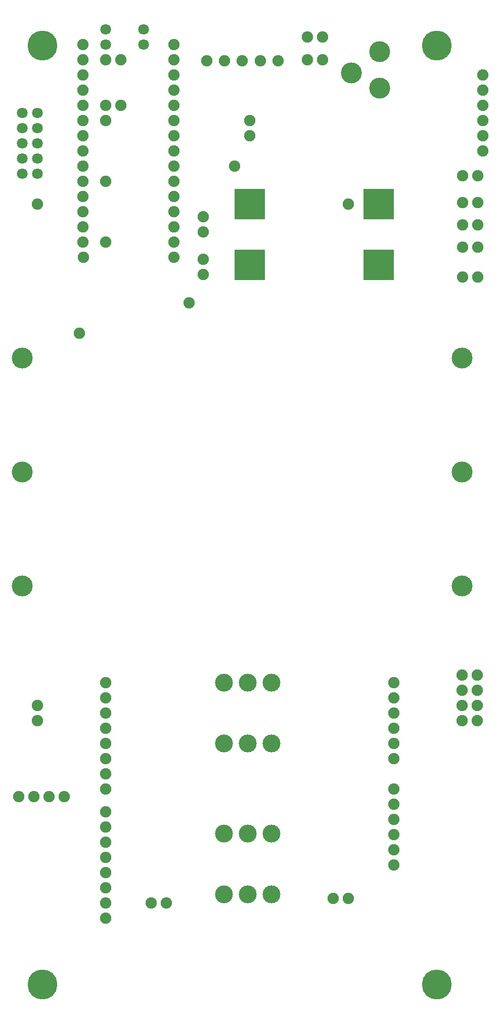
<source format=gbr>
%FSLAX34Y34*%
%MOMM*%
%LNSOLDERMASK_TOP*%
G71*
G01*
%ADD10C, 5.00*%
%ADD11C, 1.80*%
%ADD12C, 1.90*%
%ADD13C, 1.90*%
%ADD14C, 3.50*%
%ADD15C, 3.00*%
%ADD16C, 1.80*%
%ADD17R, 5.08X5.08*%
%LPD*%
X110000Y-1635000D02*
G54D10*
D03*
X770000Y-1635000D02*
G54D10*
D03*
X101600Y-228600D02*
G54D11*
D03*
X101500Y-279400D02*
G54D11*
D03*
X215900Y-292100D02*
G54D12*
D03*
X215900Y-393700D02*
G54D12*
D03*
X384650Y-90400D02*
G54D13*
D03*
X414650Y-90400D02*
G54D13*
D03*
X444650Y-90400D02*
G54D13*
D03*
X474650Y-90400D02*
G54D13*
D03*
X504650Y-90400D02*
G54D13*
D03*
X698500Y-1130300D02*
G54D12*
D03*
X698500Y-1155700D02*
G54D12*
D03*
X698500Y-1181100D02*
G54D12*
D03*
X698500Y-1206500D02*
G54D12*
D03*
X698500Y-1231900D02*
G54D12*
D03*
X698500Y-1257300D02*
G54D12*
D03*
X698500Y-1308100D02*
G54D12*
D03*
X698500Y-1333500D02*
G54D12*
D03*
X698500Y-1358900D02*
G54D12*
D03*
X698500Y-1384300D02*
G54D12*
D03*
X698500Y-1409700D02*
G54D12*
D03*
X698500Y-1435100D02*
G54D12*
D03*
X215900Y-1130300D02*
G54D12*
D03*
X215900Y-1155700D02*
G54D12*
D03*
X215900Y-1181100D02*
G54D12*
D03*
X215900Y-1206500D02*
G54D12*
D03*
X215900Y-1231900D02*
G54D12*
D03*
X215900Y-1257300D02*
G54D12*
D03*
X215900Y-1282700D02*
G54D12*
D03*
X215900Y-1308100D02*
G54D12*
D03*
X215900Y-1346200D02*
G54D12*
D03*
X215900Y-1371600D02*
G54D12*
D03*
X215900Y-1397000D02*
G54D12*
D03*
X215900Y-1422400D02*
G54D12*
D03*
X215900Y-1447800D02*
G54D12*
D03*
X215900Y-1473200D02*
G54D12*
D03*
X215900Y-1498600D02*
G54D12*
D03*
X215900Y-1524000D02*
G54D12*
D03*
X846900Y-114300D02*
G54D12*
D03*
X846900Y-139700D02*
G54D12*
D03*
X846900Y-165100D02*
G54D12*
D03*
X846900Y-190500D02*
G54D12*
D03*
X846900Y-215900D02*
G54D12*
D03*
X846900Y-241300D02*
G54D12*
D03*
X177800Y-63500D02*
G54D12*
D03*
X177800Y-88900D02*
G54D12*
D03*
X177800Y-114300D02*
G54D12*
D03*
X177800Y-139700D02*
G54D12*
D03*
X177800Y-165100D02*
G54D12*
D03*
X177800Y-190500D02*
G54D12*
D03*
X177800Y-215900D02*
G54D12*
D03*
X177800Y-241300D02*
G54D12*
D03*
X177800Y-266700D02*
G54D12*
D03*
X177800Y-292100D02*
G54D12*
D03*
X177800Y-317500D02*
G54D12*
D03*
X177800Y-342900D02*
G54D12*
D03*
X177800Y-368300D02*
G54D12*
D03*
X177800Y-393700D02*
G54D12*
D03*
X178600Y-419100D02*
G54D12*
D03*
X330200Y-63500D02*
G54D12*
D03*
X330200Y-114300D02*
G54D12*
D03*
X330200Y-139700D02*
G54D12*
D03*
X330200Y-165100D02*
G54D12*
D03*
X330200Y-190500D02*
G54D12*
D03*
X330200Y-215900D02*
G54D12*
D03*
X330200Y-241300D02*
G54D12*
D03*
X330200Y-266700D02*
G54D12*
D03*
X330200Y-292100D02*
G54D12*
D03*
X330200Y-317500D02*
G54D12*
D03*
X330200Y-342900D02*
G54D12*
D03*
X330200Y-368300D02*
G54D12*
D03*
X330200Y-393700D02*
G54D12*
D03*
X330200Y-419100D02*
G54D12*
D03*
X330200Y-88900D02*
G54D12*
D03*
X838200Y-1193800D02*
G54D12*
D03*
X838200Y-1168400D02*
G54D12*
D03*
X838200Y-1143000D02*
G54D12*
D03*
X838200Y-1117600D02*
G54D12*
D03*
X812800Y-1117600D02*
G54D12*
D03*
X812800Y-1143000D02*
G54D12*
D03*
X812800Y-1168400D02*
G54D12*
D03*
X812800Y-1193800D02*
G54D12*
D03*
X69850Y-1320800D02*
G54D12*
D03*
X95250Y-1320800D02*
G54D12*
D03*
X120650Y-1320800D02*
G54D12*
D03*
X146050Y-1320800D02*
G54D12*
D03*
X101600Y-330200D02*
G54D12*
D03*
X76200Y-587375D02*
G54D14*
D03*
X76200Y-968375D02*
G54D14*
D03*
X812800Y-968375D02*
G54D14*
D03*
X812800Y-587375D02*
G54D14*
D03*
X76200Y-777875D02*
G54D14*
D03*
X812800Y-777875D02*
G54D14*
D03*
X215900Y-190500D02*
G54D12*
D03*
X241300Y-165100D02*
G54D12*
D03*
X215900Y-165100D02*
G54D12*
D03*
X241300Y-88900D02*
G54D12*
D03*
X215900Y-88900D02*
G54D12*
D03*
X493200Y-1382500D02*
G54D15*
D03*
X453600Y-1382500D02*
G54D15*
D03*
X414000Y-1382500D02*
G54D15*
D03*
X414200Y-1130200D02*
G54D15*
D03*
X453800Y-1130200D02*
G54D15*
D03*
X493400Y-1130200D02*
G54D15*
D03*
X279400Y-63500D02*
G54D16*
D03*
X215900Y-63500D02*
G54D16*
D03*
X101600Y-1168400D02*
G54D12*
D03*
X101600Y-1193800D02*
G54D12*
D03*
X317500Y-1498600D02*
G54D12*
D03*
X292100Y-1498600D02*
G54D12*
D03*
X596900Y-1490662D02*
G54D12*
D03*
X622300Y-1490662D02*
G54D12*
D03*
X414200Y-1231800D02*
G54D15*
D03*
X453800Y-1231800D02*
G54D15*
D03*
X493400Y-1231800D02*
G54D15*
D03*
X493200Y-1484100D02*
G54D15*
D03*
X453600Y-1484100D02*
G54D15*
D03*
X414000Y-1484100D02*
G54D15*
D03*
X675000Y-75000D02*
G54D14*
D03*
X627000Y-111000D02*
G54D14*
D03*
X675000Y-136000D02*
G54D14*
D03*
X457200Y-190500D02*
G54D12*
D03*
X457200Y-215900D02*
G54D12*
D03*
X431800Y-266700D02*
G54D12*
D03*
X579200Y-88900D02*
G54D12*
D03*
X553800Y-88900D02*
G54D12*
D03*
X553800Y-50800D02*
G54D12*
D03*
X579200Y-50800D02*
G54D12*
D03*
X279400Y-38100D02*
G54D16*
D03*
X215900Y-38100D02*
G54D16*
D03*
X622300Y-330200D02*
G54D12*
D03*
X355600Y-495300D02*
G54D12*
D03*
X171450Y-546100D02*
G54D12*
D03*
X457200Y-330200D02*
G54D17*
D03*
X457200Y-431800D02*
G54D17*
D03*
X673100Y-330200D02*
G54D17*
D03*
X673100Y-431800D02*
G54D17*
D03*
X770000Y-65000D02*
G54D10*
D03*
X110000Y-65000D02*
G54D10*
D03*
X839250Y-282350D02*
G54D12*
D03*
X839250Y-327350D02*
G54D12*
D03*
X839250Y-364850D02*
G54D12*
D03*
X839250Y-402350D02*
G54D12*
D03*
X839250Y-452350D02*
G54D12*
D03*
X813850Y-282350D02*
G54D12*
D03*
X813850Y-327350D02*
G54D12*
D03*
X813850Y-364850D02*
G54D12*
D03*
X813850Y-402350D02*
G54D12*
D03*
X813850Y-452350D02*
G54D12*
D03*
X379250Y-351250D02*
G54D12*
D03*
X379250Y-376650D02*
G54D12*
D03*
X379250Y-447350D02*
G54D12*
D03*
X379250Y-421950D02*
G54D12*
D03*
X76200Y-279400D02*
G54D11*
D03*
X101600Y-254000D02*
G54D11*
D03*
X76200Y-203200D02*
G54D11*
D03*
X76200Y-228600D02*
G54D11*
D03*
X76100Y-177800D02*
G54D11*
D03*
X101500Y-177800D02*
G54D11*
D03*
X101500Y-203200D02*
G54D11*
D03*
X76200Y-254000D02*
G54D11*
D03*
M02*

</source>
